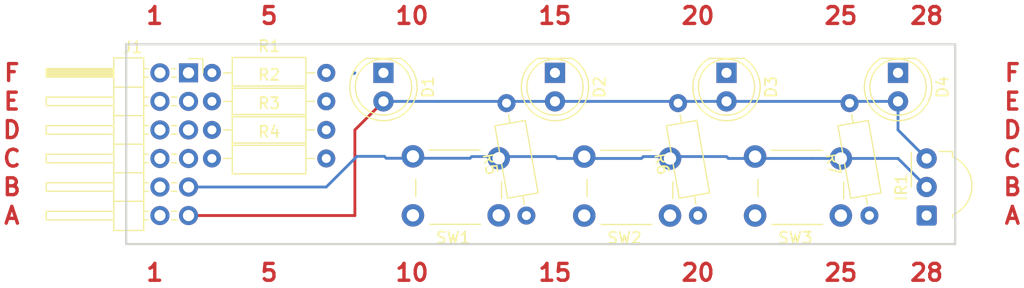
<source format=kicad_pcb>
(kicad_pcb (version 20211014) (generator pcbnew)
  (layers (0 "F.Cu" signal) (31 "B.Cu" signal) (34 "B.Paste" user) (35 "F.Paste" user) (36 "B.SilkS" user "B.Silkscreen") (37 "F.SilkS" user "F.Silkscreen") (38 "B.Mask" user) (39 "F.Mask" user) (44 "Edge.Cuts" user))
  (net 0 "")
  (net 1 "Net-(SW1-Pad1)")
  (net 2 "GND")
  (net 3 "Net-(SW2-Pad1)")
  (net 4 "Net-(R7-Pad1)")
  (net 5 "+3V3")
  (net 6 "Net-(R1-Pad2)")
  (net 7 "Net-(R2-Pad2)")
  (net 8 "Net-(R3-Pad2)")
  (net 9 "Net-(R4-Pad2)")
  (net 10 "Net-(IR1-Pad1)")
  (net 11 "Net-(D1-Pad1)")
  (net 12 "Net-(D2-Pad1)")
  (net 13 "Net-(D3-Pad1)")
  (net 14 "Net-(D4-Pad1)")
  (footprint "LED_THT:LED_D5.0mm" (layer "F.Cu") (at 137.16 30.48 -90)
    (fp_text reference "D3" (at 1.27 -3.96 90) (layer "F.SilkS"))
    (fp_text value "LED_B")
    (fp_line (start -1.29 -1.545) (end -1.29 1.545) (layer "F.SilkS") (width 0.12))
    (fp_arc (start -1.29 -1.54483) (mid 2.072002 -2.880433) (end 4.26 0.000462) (layer "F.SilkS") (width 0.12))
    (fp_arc (start 4.26 -0.000462) (mid 2.072002 2.880433) (end -1.29 1.54483) (layer "F.SilkS") (width 0.12))
    (fp_circle (center 1.27 0) (end 3.77 0) (layer "F.SilkS") (width 0.12) (fill none))
    (pad "1" thru_hole rect (at 0 0 270) (size 1.8 1.8) (drill 0.9) (layers *.Cu *.Mask) (net 13 "Net-(D3-Pad1)"))
    (pad "2" thru_hole circle (at 2.54 0 270) (size 1.8 1.8) (drill 0.9) (layers *.Cu *.Mask) (net 5 "+3V3"))
  )
  (footprint "Resistor_THT:R_Axial_DIN0207_L6.3mm_D2.5mm_P10.16mm_Horizontal" (layer "F.Cu") (at 119.38 43.18 100)
    (fp_text reference "R5" (at 5.08 -2.37 100) (layer "F.SilkS"))
    (fp_text value "10K")
    (fp_line (start 9.12 0) (end 8.35 0) (layer "F.SilkS") (width 0.12))
    (fp_line (start 1.04 0) (end 1.81 0) (layer "F.SilkS") (width 0.12))
    (fp_line (start 8.35 -1.37) (end 1.81 -1.37) (layer "F.SilkS") (width 0.12))
    (fp_line (start 8.35 1.37) (end 8.35 -1.37) (layer "F.SilkS") (width 0.12))
    (fp_line (start 1.81 -1.37) (end 1.81 1.37) (layer "F.SilkS") (width 0.12))
    (fp_line (start 1.81 1.37) (end 8.35 1.37) (layer "F.SilkS") (width 0.12))
    (pad "1" thru_hole circle (at 0 0 100) (size 1.6 1.6) (drill 0.8) (layers *.Cu *.Mask) (net 1 "Net-(SW1-Pad1)"))
    (pad "2" thru_hole oval (at 10.16 0 100) (size 1.6 1.6) (drill 0.8) (layers *.Cu *.Mask) (net 5 "+3V3"))
  )
  (footprint "LED_THT:LED_D5.0mm" (layer "F.Cu") (at 121.92 30.48 -90)
    (fp_text reference "D2" (at 1.27 -3.96 90) (layer "F.SilkS"))
    (fp_text value "LED_G")
    (fp_line (start -1.29 -1.545) (end -1.29 1.545) (layer "F.SilkS") (width 0.12))
    (fp_arc (start 4.26 -0.000462) (mid 2.072002 2.880433) (end -1.29 1.54483) (layer "F.SilkS") (width 0.12))
    (fp_arc (start -1.29 -1.54483) (mid 2.072002 -2.880433) (end 4.26 0.000462) (layer "F.SilkS") (width 0.12))
    (fp_circle (center 1.27 0) (end 3.77 0) (layer "F.SilkS") (width 0.12) (fill none))
    (pad "1" thru_hole rect (at 0 0 270) (size 1.8 1.8) (drill 0.9) (layers *.Cu *.Mask) (net 12 "Net-(D2-Pad1)"))
    (pad "2" thru_hole circle (at 2.54 0 270) (size 1.8 1.8) (drill 0.9) (layers *.Cu *.Mask) (net 5 "+3V3"))
  )
  (footprint "kicad:SW_PUSH_6mm" (layer "F.Cu") (at 116.918615 43.162458 180)
    (fp_text reference "SW1" (at 4.043953 -1.984289) (layer "F.SilkS"))
    (fp_text value "SW_Push")
    (fp_line (start 7.367935 3.202994) (end 7.367935 1.702994) (layer "F.SilkS") (width 0.12))
    (fp_line (start 1.656945 5.808923) (end 6.156945 5.808923) (layer "F.SilkS") (width 0.12))
    (fp_line (start -0.25 1.5) (end -0.25 3) (layer "F.SilkS") (width 0.12))
    (fp_line (start 6.117935 -0.797006) (end 1.617935 -0.797006) (layer "F.SilkS") (width 0.12))
    (pad "1" thru_hole circle (at 7.62 0 270) (size 2 2) (drill 1.1) (layers *.Cu *.Mask) (net 1 "Net-(SW1-Pad1)"))
    (pad "1" thru_hole circle (at 0 0 270) (size 2 2) (drill 1.1) (layers *.Cu *.Mask) (net 1 "Net-(SW1-Pad1)"))
    (pad "2" thru_hole circle (at 0 5.08 270) (size 2 2) (drill 1.1) (layers *.Cu *.Mask) (net 2 "GND"))
    (pad "2" thru_hole circle (at 7.62 5.25 270) (size 2 2) (drill 1.1) (layers *.Cu *.Mask) (net 2 "GND"))
  )
  (footprint "Resistor_THT:R_Axial_DIN0207_L6.3mm_D2.5mm_P10.16mm_Horizontal" (layer "F.Cu") (at 91.44 33.02)
    (fp_text reference "R2" (at 5.08 -2.37) (layer "F.SilkS"))
    (fp_text value "220")
    (fp_line (start 8.35 1.37) (end 8.35 -1.37) (layer "F.SilkS") (width 0.12))
    (fp_line (start 9.12 0) (end 8.35 0) (layer "F.SilkS") (width 0.12))
    (fp_line (start 1.81 -1.37) (end 1.81 1.37) (layer "F.SilkS") (width 0.12))
    (fp_line (start 1.04 0) (end 1.81 0) (layer "F.SilkS") (width 0.12))
    (fp_line (start 8.35 -1.37) (end 1.81 -1.37) (layer "F.SilkS") (width 0.12))
    (fp_line (start 1.81 1.37) (end 8.35 1.37) (layer "F.SilkS") (width 0.12))
    (pad "1" thru_hole circle (at 0 0) (size 1.6 1.6) (drill 0.8) (layers *.Cu *.Mask) (net 12 "Net-(D2-Pad1)"))
    (pad "2" thru_hole oval (at 10.16 0) (size 1.6 1.6) (drill 0.8) (layers *.Cu *.Mask) (net 7 "Net-(R2-Pad2)"))
  )
  (footprint "Resistor_THT:R_Axial_DIN0207_L6.3mm_D2.5mm_P10.16mm_Horizontal" (layer "F.Cu") (at 91.44 38.1)
    (fp_text reference "R4" (at 5.08 -2.37) (layer "F.SilkS"))
    (fp_text value "220")
    (fp_line (start 8.35 -1.37) (end 1.81 -1.37) (layer "F.SilkS") (width 0.12))
    (fp_line (start 8.35 1.37) (end 8.35 -1.37) (layer "F.SilkS") (width 0.12))
    (fp_line (start 1.81 -1.37) (end 1.81 1.37) (layer "F.SilkS") (width 0.12))
    (fp_line (start 1.81 1.37) (end 8.35 1.37) (layer "F.SilkS") (width 0.12))
    (fp_line (start 9.12 0) (end 8.35 0) (layer "F.SilkS") (width 0.12))
    (fp_line (start 1.04 0) (end 1.81 0) (layer "F.SilkS") (width 0.12))
    (pad "1" thru_hole circle (at 0 0) (size 1.6 1.6) (drill 0.8) (layers *.Cu *.Mask) (net 14 "Net-(D4-Pad1)"))
    (pad "2" thru_hole oval (at 10.16 0) (size 1.6 1.6) (drill 0.8) (layers *.Cu *.Mask) (net 9 "Net-(R4-Pad2)"))
  )
  (footprint "LED_THT:LED_D5.0mm" (layer "F.Cu") (at 152.4 30.48 -90)
    (fp_text reference "D4" (at 1.27 -3.96 90) (layer "F.SilkS"))
    (fp_text value "LED_W")
    (fp_line (start -1.29 -1.545) (end -1.29 1.545) (layer "F.SilkS") (width 0.12))
    (fp_arc (start 4.26 -0.000462) (mid 2.072002 2.880433) (end -1.29 1.54483) (layer "F.SilkS") (width 0.12))
    (fp_arc (start -1.29 -1.54483) (mid 2.072002 -2.880433) (end 4.26 0.000462) (layer "F.SilkS") (width 0.12))
    (fp_circle (center 1.27 0) (end 3.77 0) (layer "F.SilkS") (width 0.12) (fill none))
    (pad "1" thru_hole rect (at 0 0 270) (size 1.8 1.8) (drill 0.9) (layers *.Cu *.Mask) (net 14 "Net-(D4-Pad1)"))
    (pad "2" thru_hole circle (at 2.54 0 270) (size 1.8 1.8) (drill 0.9) (layers *.Cu *.Mask) (net 5 "+3V3"))
  )
  (footprint "kicad:PMOD_2x06" (layer "F.Cu") (at 78.74 30.48)
    (fp_text reference "J1" (at 5.655 -2.27) (layer "F.SilkS"))
    (fp_text value "PMOD")
    (fp_line (start 3.98 2.16) (end -2.02 2.16) (layer "F.SilkS") (width 0.12))
    (fp_line (start 6.64 14.03) (end 3.98 14.03) (layer "F.SilkS") (width 0.12))
    (fp_line (start 6.64 1.27) (end 3.98 1.27) (layer "F.SilkS") (width 0.12))
    (fp_line (start 3.98 -0.32) (end -2.02 -0.32) (layer "F.SilkS") (width 0.12))
    (fp_line (start -2.02 2.92) (end 3.98 2.92) (layer "F.SilkS") (width 0.12))
    (fp_line (start 9.577071 8) (end 9.122929 8) (layer "F.SilkS") (width 0.12))
    (fp_line (start 3.98 14.03) (end 3.98 -1.33) (layer "F.SilkS") (width 0.12))
    (fp_line (start 7.037071 2.16) (end 6.64 2.16) (layer "F.SilkS") (width 0.12))
    (fp_line (start -2.02 5.46) (end 3.98 5.46) (layer "F.SilkS") (width 0.12))
    (fp_line (start 3.98 0.28) (end -2.02 0.28) (layer "F.SilkS") (width 0.12))
    (fp_line (start 7.037071 0.38) (end 6.64 0.38) (layer "F.SilkS") (width 0.12))
    (fp_line (start 3.98 0.04) (end -2.02 0.04) (layer "F.SilkS") (width 0.12))
    (fp_line (start 11.89 -1.27) (end 10.62 -1.27) (layer "F.SilkS") (width 0.12))
    (fp_line (start 9.577071 13.08) (end 9.122929 13.08) (layer "F.SilkS") (width 0.12))
    (fp_line (start 3.98 12.32) (end -2.02 12.32) (layer "F.SilkS") (width 0.12))
    (fp_line (start -2.02 13.08) (end 3.98 13.08) (layer "F.SilkS") (width 0.12))
    (fp_line (start 7.037071 2.92) (end 6.64 2.92) (layer "F.SilkS") (width 0.12))
    (fp_line (start -2.02 10.54) (end 3.98 10.54) (layer "F.SilkS") (width 0.12))
    (fp_line (start 9.577071 12.32) (end 9.122929 12.32) (layer "F.SilkS") (width 0.12))
    (fp_line (start 9.51 -0.38) (end 9.122929 -0.38) (layer "F.SilkS") (width 0.12))
    (fp_line (start 3.98 -0.2) (end -2.02 -0.2) (layer "F.SilkS") (width 0.12))
    (fp_line (start 6.64 -1.33) (end 6.64 14.03) (layer "F.SilkS") (width 0.12))
    (fp_line (start -2.02 12.32) (end -2.02 13.08) (layer "F.SilkS") (width 0.12))
    (fp_line (start 9.577071 9.78) (end 9.122929 9.78) (layer "F.SilkS") (width 0.12))
    (fp_line (start 9.577071 2.16) (end 9.122929 2.16) (layer "F.SilkS") (width 0.12))
    (fp_line (start 7.037071 13.08) (end 6.64 13.08) (layer "F.SilkS") (width 0.12))
    (fp_line (start -2.02 8) (end 3.98 8) (layer "F.SilkS") (width 0.12))
    (fp_line (start -2.02 -0.38) (end -2.02 0.38) (layer "F.SilkS") (width 0.12))
    (fp_line (start 7.037071 8) (end 6.64 8) (layer "F.SilkS") (width 0.12))
    (fp_line (start 3.98 7.24) (end -2.02 7.24) (layer "F.SilkS") (width 0.12))
    (fp_line (start -2.02 9.78) (end -2.02 10.54) (layer "F.SilkS") (width 0.12))
    (fp_line (start 7.037071 9.78) (end 6.64 9.78) (layer "F.SilkS") (width 0.12))
    (fp_line (start 3.98 -0.38) (end -2.02 -0.38) (layer "F.SilkS") (width 0.12))
    (fp_line (start 9.577071 5.46) (end 9.122929 5.46) (layer "F.SilkS") (width 0.12))
    (fp_line (start 3.98 -1.33) (end 6.64 -1.33) (layer "F.SilkS") (width 0.12))
    (fp_line (start 7.037071 12.32) (end 6.64 12.32) (layer "F.SilkS") (width 0.12))
    (fp_line (start 11.89 0) (end 11.89 -1.27) (layer "F.SilkS") (width 0.12))
    (fp_line (start 9.51 0.38) (end 9.122929 0.38) (layer "F.SilkS") (width 0.12))
    (fp_line (start 7.037071 10.54) (end 6.64 10.54) (layer "F.SilkS") (width 0.12))
    (fp_line (start 7.037071 7.24) (end 6.64 7.24) (layer "F.SilkS") (width 0.12))
    (fp_line (start 9.577071 7.24) (end 9.122929 7.24) (layer "F.SilkS") (width 0.12))
    (fp_line (start -2.02 2.16) (end -2.02 2.92) (layer "F.SilkS") (width 0.12))
    (fp_line (start 7.037071 4.7) (end 6.64 4.7) (layer "F.SilkS") (width 0.12))
    (fp_line (start 3.98 0.16) (end -2.02 0.16) (layer "F.SilkS") (width 0.12))
    (fp_line (start -2.02 0.38) (end 3.98 0.38) (layer "F.SilkS") (width 0.12))
    (fp_line (start 6.64 3.81) (end 3.98 3.81) (layer "F.SilkS") (width 0.12))
    (fp_line (start 3.98 4.7) (end -2.02 4.7) (layer "F.SilkS") (width 0.12))
    (fp_line (start 9.577071 10.54) (end 9.122929 10.54) (layer "F.SilkS") (width 0.12))
    (fp_line (start 3.98 9.78) (end -2.02 9.78) (layer "F.SilkS") (width 0.12))
    (fp_line (start 6.64 8.89) (end 3.98 8.89) (layer "F.SilkS") (width 0.12))
    (fp_line (start 7.037071 5.46) (end 6.64 5.46) (layer "F.SilkS") (width 0.12))
    (fp_line (start 6.64 11.43) (end 3.98 11.43) (layer "F.SilkS") (width 0.12))
    (fp_line (start -2.02 7.24) (end -2.02 8) (layer "F.SilkS") (width 0.12))
    (fp_line (start 9.577071 4.7) (end 9.122929 4.7) (layer "F.SilkS") (width 0.12))
    (fp_line (start 6.64 6.35) (end 3.98 6.35) (layer "F.SilkS") (width 0.12))
    (fp_line (start -2.02 4.7) (end -2.02 5.46) (layer "F.SilkS") (width 0.12))
    (fp_line (start 7.037071 -0.38) (end 6.64 -0.38) (layer "F.SilkS") (width 0.12))
    (fp_line (start 9.577071 2.92) (end 9.122929 2.92) (layer "F.SilkS") (width 0.12))
    (fp_line (start 3.98 -0.08) (end -2.02 -0.08) (layer "F.SilkS") (width 0.12))
    (pad "a1" thru_hole rect (at 10.619999 0) (size 1.7 1.7) (drill 1) (layers *.Cu *.Mask) (net 6 "Net-(R1-Pad2)"))
    (pad "a2" thru_hole oval (at 10.619999 2.54) (size 1.7 1.7) (drill 1) (layers *.Cu *.Mask) (net 7 "Net-(R2-Pad2)"))
    (pad "a3" thru_hole oval (at 10.619999 5.08) (size 1.7 1.7) (drill 1) (layers *.Cu *.Mask) (net 8 "Net-(R3-Pad2)"))
    (pad "a4" thru_hole oval (at 10.619999 7.62) (size 1.7 1.7) (drill 1) (layers *.Cu *.Mask) (net 9 "Net-(R4-Pad2)"))
    (pad "a5" thru_hole oval (at 10.62 10.16) (size 1.7 1.7) (drill 1) (layers *.Cu *.Mask) (net 2 "GND"))
    (pad "a6" thru_hole oval (at 10.62 12.7) (size 1.7 1.7) (drill 1) (layers *.Cu *.Mask) (net 5 "+3V3"))
    (pad "b1" thru_hole oval (at 8.079999 0) (size 1.7 1.7) (drill 1) (layers *.Cu *.Mask) (net 1 "Net-(SW1-Pad1)"))
    (pad "b2" thru_hole oval (at 8.079999 2.54) (size 1.7 1.7) (drill 1) (layers *.Cu *.Mask) (net 3 "Net-(SW2-Pad1)"))
    (pad "b3" thru_hole oval (at 8.079999 5.08) (size 1.7 1.7) (drill 1) (layers *.Cu *.Mask) (net 4 "Net-(R7-Pad1)"))
    (pad "b4" thru_hole oval (at 8.079999 7.62) (size 1.7 1.7) (drill 1) (layers *.Cu *.Mask) (net 10 "Net-(IR1-Pad1)"))
    (pad "b5" thru_hole oval (at 8.08 10.16) (size 1.7 1.7) (drill 1) (layers *.Cu *.Mask) (net 2 "GND"))
    (pad "b6" thru_hole oval (at 8.08 12.7) (size 1.7 1.7) (drill 1) (layers *.Cu *.Mask) (net 5 "+3V3"))
  )
  (footprint "Resistor_THT:R_Axial_DIN0207_L6.3mm_D2.5mm_P10.16mm_Horizontal" (layer "F.Cu") (at 91.44 35.56)
    (fp_text reference "R3" (at 5.08 -2.37) (layer "F.SilkS"))
    (fp_text value "220")
    (fp_line (start 9.12 0) (end 8.35 0) (layer "F.SilkS") (width 0.12))
    (fp_line (start 8.35 -1.37) (end 1.81 -1.37) (layer "F.SilkS") (width 0.12))
    (fp_line (start 8.35 1.37) (end 8.35 -1.37) (layer "F.SilkS") (width 0.12))
    (fp_line (start 1.81 1.37) (end 8.35 1.37) (layer "F.SilkS") (width 0.12))
    (fp_line (start 1.04 0) (end 1.81 0) (layer "F.SilkS") (width 0.12))
    (fp_line (start 1.81 -1.37) (end 1.81 1.37) (layer "F.SilkS") (width 0.12))
    (pad "1" thru_hole circle (at 0 0) (size 1.6 1.6) (drill 0.8) (layers *.Cu *.Mask) (net 13 "Net-(D3-Pad1)"))
    (pad "2" thru_hole oval (at 10.16 0) (size 1.6 1.6) (drill 0.8) (layers *.Cu *.Mask) (net 8 "Net-(R3-Pad2)"))
  )
  (footprint "Resistor_THT:R_Axial_DIN0207_L6.3mm_D2.5mm_P10.16mm_Horizontal" (layer "F.Cu") (at 91.44 30.48)
    (fp_text reference "R1" (at 5.08 -2.37) (layer "F.SilkS"))
    (fp_text value "220")
    (fp_line (start 8.35 -1.37) (end 1.81 -1.37) (layer "F.SilkS") (width 0.12))
    (fp_line (start 1.04 0) (end 1.81 0) (layer "F.SilkS") (width 0.12))
    (fp_line (start 1.81 -1.37) (end 1.81 1.37) (layer "F.SilkS") (width 0.12))
    (fp_line (start 8.35 1.37) (end 8.35 -1.37) (layer "F.SilkS") (width 0.12))
    (fp_line (start 9.12 0) (end 8.35 0) (layer "F.SilkS") (width 0.12))
    (fp_line (start 1.81 1.37) (end 8.35 1.37) (layer "F.SilkS") (width 0.12))
    (pad "1" thru_hole circle (at 0 0) (size 1.6 1.6) (drill 0.8) (layers *.Cu *.Mask) (net 11 "Net-(D1-Pad1)"))
    (pad "2" thru_hole oval (at 10.16 0) (size 1.6 1.6) (drill 0.8) (layers *.Cu *.Mask) (net 6 "Net-(R1-Pad2)"))
  )
  (footprint "Resistor_THT:R_Axial_DIN0207_L6.3mm_D2.5mm_P10.16mm_Horizontal" (layer "F.Cu") (at 149.86 43.18 100)
    (fp_text reference "R7" (at 5.08 -2.37 100) (layer "F.SilkS"))
    (fp_text value "10K")
    (fp_line (start 9.12 0) (end 8.35 0) (layer "F.SilkS") (width 0.12))
    (fp_line (start 1.04 0) (end 1.81 0) (layer "F.SilkS") (width 0.12))
    (fp_line (start 1.81 1.37) (end 8.35 1.37) (layer "F.SilkS") (width 0.12))
    (fp_line (start 8.35 1.37) (end 8.35 -1.37) (layer "F.SilkS") (width 0.12))
    (fp_line (start 8.35 -1.37) (end 1.81 -1.37) (layer "F.SilkS") (width 0.12))
    (fp_line (start 1.81 -1.37) (end 1.81 1.37) (layer "F.SilkS") (width 0.12))
    (pad "1" thru_hole circle (at 0 0 100) (size 1.6 1.6) (drill 0.8) (layers *.Cu *.Mask) (net 4 "Net-(R7-Pad1)"))
    (pad "2" thru_hole oval (at 10.16 0 100) (size 1.6 1.6) (drill 0.8) (layers *.Cu *.Mask) (net 5 "+3V3"))
  )
  (footprint "kicad:SW_PUSH_6mm" (layer "F.Cu") (at 132.139627 43.181447 180)
    (fp_text reference "SW2" (at 4.043953 -1.984289) (layer "F.SilkS"))
    (fp_text value "SW_Push")
    (fp_line (start 1.656945 5.808923) (end 6.156945 5.808923) (layer "F.SilkS") (width 0.12))
    (fp_line (start 7.367935 3.202994) (end 7.367935 1.702994) (layer "F.SilkS") (width 0.12))
    (fp_line (start -0.25 1.5) (end -0.25 3) (layer "F.SilkS") (width 0.12))
    (fp_line (start 6.117935 -0.797006) (end 1.617935 -0.797006) (layer "F.SilkS") (width 0.12))
    (pad "1" thru_hole circle (at 7.62 0 270) (size 2 2) (drill 1.1) (layers *.Cu *.Mask) (net 3 "Net-(SW2-Pad1)"))
    (pad "1" thru_hole circle (at 0 0 270) (size 2 2) (drill 1.1) (layers *.Cu *.Mask) (net 3 "Net-(SW2-Pad1)"))
    (pad "2" thru_hole circle (at 0 5.08 270) (size 2 2) (drill 1.1) (layers *.Cu *.Mask) (net 2 "GND"))
    (pad "2" thru_hole circle (at 7.62 5.25 270) (size 2 2) (drill 1.1) (layers *.Cu *.Mask) (net 2 "GND"))
  )
  (footprint "LED_THT:LED_D5.0mm" (layer "F.Cu") (at 106.68 30.48 -90)
    (fp_text reference "D1" (at 1.27 -3.96 90) (layer "F.SilkS"))
    (fp_text value "LED_R")
    (fp_line (start -1.29 -1.545) (end -1.29 1.545) (layer "F.SilkS") (width 0.12))
    (fp_arc (start -1.29 -1.54483) (mid 2.072002 -2.880433) (end 4.26 0.000462) (layer "F.SilkS") (width 0.12))
    (fp_arc (start 4.26 -0.000462) (mid 2.072002 2.880433) (end -1.29 1.54483) (layer "F.SilkS") (width 0.12))
    (fp_circle (center 1.27 0) (end 3.77 0) (layer "F.SilkS") (width 0.12) (fill none))
    (pad "1" thru_hole rect (at 0 0 270) (size 1.8 1.8) (drill 0.9) (layers *.Cu *.Mask) (net 11 "Net-(D1-Pad1)"))
    (pad "2" thru_hole circle (at 2.54 0 270) (size 1.8 1.8) (drill 0.9) (layers *.Cu *.Mask) (net 5 "+3V3"))
  )
  (footprint "OptoDevice:Vishay_MOLD-3Pin" (layer "F.Cu") (at 154.94 43.18 90)
    (fp_text reference "IR1" (at 2.5 -2.25 90) (layer "F.SilkS"))
    (fp_text value "IR_LED")
    (fp_line (start 5.7 2.3) (end 5.24 2.3) (layer "F.SilkS") (width 0.12))
    (fp_line (start 0.04 2.3) (end -0.18 2.3) (layer "F.SilkS") (width 0.12))
    (fp_line (start 5.62 -1.36) (end 2.54 -1.36) (layer "F.SilkS") (width 0.12))
    (fp_line (start 5.7 2.3) (end 5.7 1.1) (layer "F.SilkS") (width 0.12))
    (fp_arc (start 5.24 2.3) (mid 2.64 4.023119) (end 0.04 2.3) (layer "F.SilkS") (width 0.12))
    (pad "1" thru_hole roundrect (at 0 0 90) (size 1.8 1.8) (drill 0.9) (layers *.Cu *.Mask) (roundrect_rratio 0.138) (net 10 "Net-(IR1-Pad1)"))
    (pad "2" thru_hole circle (at 2.54 0 90) (size 1.8 1.8) (drill 0.9) (layers *.Cu *.Mask) (net 2 "GND"))
    (pad "3" thru_hole circle (at 5.08 0 90) (size 1.8 1.8) (drill 0.9) (layers *.Cu *.Mask) (net 5 "+3V3"))
  )
  (footprint "Resistor_THT:R_Axial_DIN0207_L6.3mm_D2.5mm_P10.16mm_Horizontal" (layer "F.Cu") (at 134.62 43.18 100)
    (fp_text reference "R6" (at 5.08 -2.37 100) (layer "F.SilkS"))
    (fp_text value "10K")
    (fp_line (start 8.35 -1.37) (end 1.81 -1.37) (layer "F.SilkS") (width 0.12))
    (fp_line (start 9.12 0) (end 8.35 0) (layer "F.SilkS") (width 0.12))
    (fp_line (start 1.04 0) (end 1.81 0) (layer "F.SilkS") (width 0.12))
    (fp_line (start 1.81 1.37) (end 8.35 1.37) (layer "F.SilkS") (width 0.12))
    (fp_line (start 8.35 1.37) (end 8.35 -1.37) (layer "F.SilkS") (width 0.12))
    (fp_line (start 1.81 -1.37) (end 1.81 1.37) (layer "F.SilkS") (width 0.12))
    (pad "1" thru_hole circle (at 0 0 100) (size 1.6 1.6) (drill 0.8) (layers *.Cu *.Mask) (net 3 "Net-(SW2-Pad1)"))
    (pad "2" thru_hole oval (at 10.16 0 100) (size 1.6 1.6) (drill 0.8) (layers *.Cu *.Mask) (net 5 "+3V3"))
  )
  (footprint "kicad:SW_PUSH_6mm" (layer "F.Cu") (at 147.32 43.18 180)
    (fp_text reference "SW3" (at 4.043953 -1.984289) (layer "F.SilkS"))
    (fp_text value "SW_Push")
    (fp_line (start 6.117935 -0.797006) (end 1.617935 -0.797006) (layer "F.SilkS") (width 0.12))
    (fp_line (start 1.656945 5.808923) (end 6.156945 5.808923) (layer "F.SilkS") (width 0.12))
    (fp_line (start 7.367935 3.202994) (end 7.367935 1.702994) (layer "F.SilkS") (width 0.12))
    (fp_line (start -0.25 1.5) (end -0.25 3) (layer "F.SilkS") (width 0.12))
    (pad "1" thru_hole circle (at 7.62 0 270) (size 2 2) (drill 1.1) (layers *.Cu *.Mask) (net 4 "Net-(R7-Pad1)"))
    (pad "1" thru_hole circle (at 0 0 270) (size 2 2) (drill 1.1) (layers *.Cu *.Mask) (net 4 "Net-(R7-Pad1)"))
    (pad "2" thru_hole circle (at 0 5.08 270) (size 2 2) (drill 1.1) (layers *.Cu *.Mask) (net 2 "GND"))
    (pad "2" thru_hole circle (at 7.62 5.25 270) (size 2 2) (drill 1.1) (layers *.Cu *.Mask) (net 2 "GND"))
  )
  (gr_rect (start 83.82 27.94) (end 157.48 45.72) (layer "Edge.Cuts") (width 0.2) (fill none))
  (gr_text "25" (at 147.32 25.4) (layer "F.Cu") (effects (font (size 1.5 1.5) (thickness 0.3))))
  (gr_text "10\n" (at 109.22 25.4) (layer "F.Cu") (effects (font (size 1.5 1.5) (thickness 0.3))))
  (gr_text "D" (at 162.56 35.56) (layer "F.Cu") (effects (font (size 1.5 1.5) (thickness 0.3))))
  (gr_text "20\n" (at 134.62 48.26) (layer "F.Cu") (effects (font (size 1.5 1.5) (thickness 0.3))))
  (gr_text "20\n" (at 134.62 25.4) (layer "F.Cu") (effects (font (size 1.5 1.5) (thickness 0.3))))
  (gr_text "15\n" (at 121.92 48.26) (layer "F.Cu") (effects (font (size 1.5 1.5) (thickness 0.3))))
  (gr_text "E\n" (at 73.66 33.02) (layer "F.Cu") (effects (font (size 1.5 1.5) (thickness 0.3))))
  (gr_text "F\n" (at 73.66 30.48) (layer "F.Cu") (effects (font (size 1.5 1.5) (thickness 0.3))))
  (gr_text "28" (at 154.94 48.26) (layer "F.Cu") (effects (font (size 1.5 1.5) (thickness 0.3))))
  (gr_text "1" (at 86.36 48.26) (layer "F.Cu") (effects (font (size 1.5 1.5) (thickness 0.3))))
  (gr_text "28" (at 154.94 25.4) (layer "F.Cu") (effects (font (size 1.5 1.5) (thickness 0.3))))
  (gr_text "B" (at 73.66 40.64) (layer "F.Cu") (effects (font (size 1.5 1.5) (thickness 0.3))))
  (gr_text "E\n" (at 162.56 33.02) (layer "F.Cu") (effects (font (size 1.5 1.5) (thickness 0.3))))
  (gr_text "25" (at 147.32 48.26) (layer "F.Cu") (effects (font (size 1.5 1.5) (thickness 0.3))))
  (gr_text "F\n" (at 162.56 30.48) (layer "F.Cu") (effects (font (size 1.5 1.5) (thickness 0.3))))
  (gr_text "5" (at 96.52 48.26) (layer "F.Cu") (effects (font (size 1.5 1.5) (thickness 0.3))))
  (gr_text "5" (at 96.52 25.4) (layer "F.Cu") (effects (font (size 1.5 1.5) (thickness 0.3))))
  (gr_text "B" (at 162.56 40.64) (layer "F.Cu") (effects (font (size 1.5 1.5) (thickness 0.3))))
  (gr_text "C" (at 73.66 38.1) (layer "F.Cu") (effects (font (size 1.5 1.5) (thickness 0.3))))
  (gr_text "D" (at 73.66 35.56) (layer "F.Cu") (effects (font (size 1.5 1.5) (thickness 0.3))))
  (gr_text "C" (at 162.56 38.1) (layer "F.Cu") (effects (font (size 1.5 1.5) (thickness 0.3))))
  (gr_text "1" (at 86.36 25.4) (layer "F.Cu") (effects (font (size 1.5 1.5) (thickness 0.3))))
  (gr_text "A" (at 73.66 43.18) (layer "F.Cu") (effects (font (size 1.5 1.5) (thickness 0.3))))
  (gr_text "15\n" (at 121.92 25.4) (layer "F.Cu") (effects (font (size 1.5 1.5) (thickness 0.3))))
  (gr_text "10\n" (at 109.22 48.26) (layer "F.Cu") (effects (font (size 1.5 1.5) (thickness 0.3))))
  (gr_text "A" (at 162.56 43.18) (layer "F.Cu") (effects (font (size 1.5 1.5) (thickness 0.3))))
  (segment (start 152.4 38.1) (end 144.78 38.1) (width 0.25) (layer "B.Cu") (net 2))
  (segment (start 104.327542 37.912458) (end 101.6 40.64) (width 0.25) (layer "B.Cu") (net 2))
  (segment (start 129.771074 37.93) (end 129.599627 38.101447) (width 0.25) (layer "B.Cu") (net 2))
  (segment (start 106.758615 37.912458) (end 104.327542 37.912458) (width 0.25) (layer "B.Cu") (net 2))
  (segment (start 106.928615 38.082458) (end 106.758615 37.912458) (width 0.25) (layer "B.Cu") (net 2))
  (segment (start 122.149627 38.101447) (end 121.979627 37.931447) (width 0.25) (layer "B.Cu") (net 2))
  (segment (start 121.979627 37.931447) (end 114.529626 37.931447) (width 0.25) (layer "B.Cu") (net 2))
  (segment (start 137.16 37.93) (end 129.771074 37.93) (width 0.25) (layer "B.Cu") (net 2))
  (segment (start 114.529626 37.931447) (end 114.378615 38.082458) (width 0.25) (layer "B.Cu") (net 2))
  (segment (start 129.599627 38.101447) (end 122.149627 38.101447) (width 0.25) (layer "B.Cu") (net 2))
  (segment (start 137.33 38.1) (end 137.16 37.93) (width 0.25) (layer "B.Cu") (net 2))
  (segment (start 101.6 40.64) (end 89.36 40.64) (width 0.25) (layer "B.Cu") (net 2))
  (segment (start 114.378615 38.082458) (end 106.928615 38.082458) (width 0.25) (layer "B.Cu") (net 2))
  (segment (start 154.94 40.64) (end 152.4 38.1) (width 0.25) (layer "B.Cu") (net 2))
  (segment (start 144.78 38.1) (end 137.33 38.1) (width 0.25) (layer "B.Cu") (net 2))
  (segment (start 106.68 33.02) (end 104.14 35.56) (width 0.25) (layer "F.Cu") (net 5))
  (segment (start 104.14 35.56) (end 104.14 43.18) (width 0.25) (layer "F.Cu") (net 5))
  (segment (start 104.14 43.18) (end 89.36 43.18) (width 0.25) (layer "F.Cu") (net 5))
  (segment (start 154.94 38.1) (end 152.4 35.56) (width 0.25) (layer "B.Cu") (net 5))
  (segment (start 137.16 33.02) (end 121.92 33.02) (width 0.25) (layer "B.Cu") (net 5))
  (segment (start 121.92 33.02) (end 106.68 33.02) (width 0.25) (layer "B.Cu") (net 5))
  (segment (start 152.4 33.02) (end 137.16 33.02) (width 0.25) (layer "B.Cu") (net 5))
  (segment (start 152.4 35.56) (end 152.4 33.02) (width 0.25) (layer "B.Cu") (net 5))
  (segment (start 104.14 30.48) (end 104.073807 30.546193) (width 0.25) (layer "B.Cu") (net 11))
)
</source>
